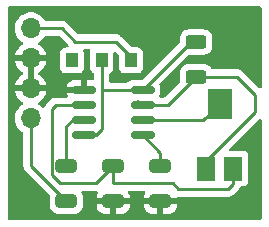
<source format=gbr>
%TF.GenerationSoftware,KiCad,Pcbnew,9.0.7*%
%TF.CreationDate,2026-01-20T14:16:48+02:00*%
%TF.ProjectId,Electronics Assignment 2,456c6563-7472-46f6-9e69-637320417373,rev?*%
%TF.SameCoordinates,Original*%
%TF.FileFunction,Copper,L1,Top*%
%TF.FilePolarity,Positive*%
%FSLAX46Y46*%
G04 Gerber Fmt 4.6, Leading zero omitted, Abs format (unit mm)*
G04 Created by KiCad (PCBNEW 9.0.7) date 2026-01-20 14:16:48*
%MOMM*%
%LPD*%
G01*
G04 APERTURE LIST*
G04 Aperture macros list*
%AMRoundRect*
0 Rectangle with rounded corners*
0 $1 Rounding radius*
0 $2 $3 $4 $5 $6 $7 $8 $9 X,Y pos of 4 corners*
0 Add a 4 corners polygon primitive as box body*
4,1,4,$2,$3,$4,$5,$6,$7,$8,$9,$2,$3,0*
0 Add four circle primitives for the rounded corners*
1,1,$1+$1,$2,$3*
1,1,$1+$1,$4,$5*
1,1,$1+$1,$6,$7*
1,1,$1+$1,$8,$9*
0 Add four rect primitives between the rounded corners*
20,1,$1+$1,$2,$3,$4,$5,0*
20,1,$1+$1,$4,$5,$6,$7,0*
20,1,$1+$1,$6,$7,$8,$9,0*
20,1,$1+$1,$8,$9,$2,$3,0*%
G04 Aperture macros list end*
%TA.AperFunction,SMDPad,CuDef*%
%ADD10R,1.000000X1.200000*%
%TD*%
%TA.AperFunction,ComponentPad*%
%ADD11O,1.700000X1.700000*%
%TD*%
%TA.AperFunction,SMDPad,CuDef*%
%ADD12R,2.000000X2.500000*%
%TD*%
%TA.AperFunction,SMDPad,CuDef*%
%ADD13R,1.500000X2.000000*%
%TD*%
%TA.AperFunction,SMDPad,CuDef*%
%ADD14RoundRect,0.250000X-0.650000X0.325000X-0.650000X-0.325000X0.650000X-0.325000X0.650000X0.325000X0*%
%TD*%
%TA.AperFunction,SMDPad,CuDef*%
%ADD15RoundRect,0.250000X0.650000X-0.325000X0.650000X0.325000X-0.650000X0.325000X-0.650000X-0.325000X0*%
%TD*%
%TA.AperFunction,SMDPad,CuDef*%
%ADD16RoundRect,0.150000X-0.825000X-0.150000X0.825000X-0.150000X0.825000X0.150000X-0.825000X0.150000X0*%
%TD*%
%TA.AperFunction,SMDPad,CuDef*%
%ADD17RoundRect,0.250000X-0.625000X0.312500X-0.625000X-0.312500X0.625000X-0.312500X0.625000X0.312500X0*%
%TD*%
%TA.AperFunction,Conductor*%
%ADD18C,0.250000*%
%TD*%
G04 APERTURE END LIST*
D10*
%TO.P,SW1,1,A*%
%TO.N,/VCC*%
X142000000Y-105100000D03*
%TO.P,SW1,2,B*%
%TO.N,Net-(SW1-B)*%
X139500000Y-105100000D03*
%TO.P,SW1,3,C*%
%TO.N,unconnected-(SW1-C-Pad3)*%
X137000000Y-105100000D03*
%TD*%
D11*
%TO.P,J2,1,Pin_1*%
%TO.N,/VCC*%
X133500000Y-102380000D03*
%TO.P,J2,2,Pin_2*%
%TO.N,/GND*%
X133500000Y-104920000D03*
%TO.P,J2,3,Pin_3*%
X133500000Y-107460000D03*
%TO.P,J2,4,Pin_4*%
%TO.N,/BUZZER+*%
X133500000Y-110000000D03*
%TD*%
D12*
%TO.P,RV1,2,2*%
%TO.N,Net-(U1-THR)*%
X149500000Y-108750000D03*
D13*
%TO.P,RV1,1,1*%
%TO.N,Net-(U1-TR)*%
X150660000Y-114250000D03*
%TO.P,RV1,3,3*%
%TO.N,Net-(U1-DIS)*%
X148350000Y-114250000D03*
%TD*%
D14*
%TO.P,C2,1*%
%TO.N,Net-(U1-Q)*%
X136500000Y-114050000D03*
%TO.P,C2,2*%
%TO.N,/BUZZER+*%
X136500000Y-117000000D03*
%TD*%
D15*
%TO.P,C3,1*%
%TO.N,/GND*%
X140475000Y-117025000D03*
%TO.P,C3,2*%
%TO.N,Net-(U1-TR)*%
X140475000Y-114075000D03*
%TD*%
D14*
%TO.P,C1,1*%
%TO.N,Net-(U1-CV)*%
X144475000Y-114075000D03*
%TO.P,C1,2*%
%TO.N,/GND*%
X144475000Y-117025000D03*
%TD*%
D16*
%TO.P,U1,1,GND*%
%TO.N,/GND*%
X138025000Y-107595000D03*
%TO.P,U1,2,TR*%
%TO.N,Net-(U1-TR)*%
X138025000Y-108865000D03*
%TO.P,U1,3,Q*%
%TO.N,Net-(U1-Q)*%
X138025000Y-110135000D03*
%TO.P,U1,4,R*%
%TO.N,Net-(SW1-B)*%
X138025000Y-111405000D03*
%TO.P,U1,5,CV*%
%TO.N,Net-(U1-CV)*%
X142975000Y-111405000D03*
%TO.P,U1,6,THR*%
%TO.N,Net-(U1-THR)*%
X142975000Y-110135000D03*
%TO.P,U1,7,DIS*%
%TO.N,Net-(U1-DIS)*%
X142975000Y-108865000D03*
%TO.P,U1,8,VCC*%
%TO.N,Net-(SW1-B)*%
X142975000Y-107595000D03*
%TD*%
D17*
%TO.P,R1,1*%
%TO.N,Net-(SW1-B)*%
X147500000Y-103537500D03*
%TO.P,R1,2*%
%TO.N,Net-(U1-DIS)*%
X147500000Y-106462500D03*
%TD*%
D18*
%TO.N,/VCC*%
X136164000Y-102380000D02*
X133500000Y-102380000D01*
%TO.N,/BUZZER+*%
X133500000Y-114000000D02*
X133500000Y-110000000D01*
X136500000Y-117000000D02*
X133500000Y-114000000D01*
%TO.N,/VCC*%
X137284000Y-103500000D02*
X136164000Y-102380000D01*
X142000000Y-105100000D02*
X142000000Y-104821860D01*
X142000000Y-104821860D02*
X140678140Y-103500000D01*
X140678140Y-103500000D02*
X137284000Y-103500000D01*
%TO.N,Net-(U1-DIS)*%
X148350000Y-113650000D02*
X148350000Y-114250000D01*
X152500000Y-109500000D02*
X148350000Y-113650000D01*
X150962500Y-106462500D02*
X152500000Y-108000000D01*
X152500000Y-108000000D02*
X152500000Y-109500000D01*
X147500000Y-106462500D02*
X150962500Y-106462500D01*
%TO.N,Net-(U1-TR)*%
X150205000Y-116000000D02*
X150660000Y-115545000D01*
X150660000Y-115545000D02*
X150660000Y-114250000D01*
X145500000Y-115500000D02*
X146000000Y-116000000D01*
X140500000Y-115500000D02*
X145500000Y-115500000D01*
X146000000Y-116000000D02*
X150205000Y-116000000D01*
X140475000Y-115475000D02*
X140500000Y-115500000D01*
X140475000Y-114075000D02*
X140475000Y-115475000D01*
%TO.N,Net-(U1-THR)*%
X148115000Y-110135000D02*
X149500000Y-108750000D01*
X142975000Y-110135000D02*
X148115000Y-110135000D01*
%TO.N,Net-(U1-DIS)*%
X145097500Y-108865000D02*
X142975000Y-108865000D01*
X147500000Y-106462500D02*
X145097500Y-108865000D01*
%TO.N,Net-(SW1-B)*%
X147032500Y-103537500D02*
X147500000Y-103537500D01*
X142975000Y-107595000D02*
X147032500Y-103537500D01*
X139500000Y-105100000D02*
X139500000Y-107500000D01*
X139500000Y-107500000D02*
X139595000Y-107595000D01*
%TO.N,/GND*%
X144975000Y-117025000D02*
X145000000Y-117000000D01*
X144475000Y-117025000D02*
X144975000Y-117025000D01*
X144500000Y-117000000D02*
X144475000Y-117025000D01*
%TO.N,Net-(U1-CV)*%
X144475000Y-112905000D02*
X144475000Y-114075000D01*
X142975000Y-111405000D02*
X144475000Y-112905000D01*
%TO.N,Net-(U1-Q)*%
X136500000Y-114050000D02*
X136500000Y-110685001D01*
X137050001Y-110135000D02*
X138025000Y-110135000D01*
X136500000Y-110685001D02*
X137050001Y-110135000D01*
%TO.N,Net-(U1-TR)*%
X135635000Y-108865000D02*
X138025000Y-108865000D01*
X136000000Y-115500000D02*
X135274000Y-114774000D01*
X140475000Y-114075000D02*
X139050000Y-115500000D01*
X139050000Y-115500000D02*
X136000000Y-115500000D01*
X135274000Y-109226000D02*
X135635000Y-108865000D01*
X135274000Y-114774000D02*
X135274000Y-109226000D01*
%TO.N,Net-(U1-DIS)*%
X142525000Y-108545000D02*
X142550000Y-108570000D01*
%TO.N,Net-(U1-THR)*%
X144885000Y-110135000D02*
X142975000Y-110135000D01*
%TO.N,Net-(SW1-B)*%
X138025000Y-111405000D02*
X138999999Y-111405000D01*
X139595000Y-107595000D02*
X142975000Y-107595000D01*
X138999999Y-111405000D02*
X139500000Y-110904999D01*
X139500000Y-110904999D02*
X139500000Y-107500000D01*
X142975000Y-107595000D02*
X143405000Y-107595000D01*
%TD*%
%TA.AperFunction,Conductor*%
%TO.N,/GND*%
G36*
X152980211Y-100539802D02*
G01*
X153025966Y-100592606D01*
X153037172Y-100644117D01*
X153037172Y-107353219D01*
X153017487Y-107420258D01*
X152964683Y-107466013D01*
X152895525Y-107475957D01*
X152831969Y-107446932D01*
X152825491Y-107440900D01*
X151458334Y-106073744D01*
X151448359Y-106063769D01*
X151448358Y-106063767D01*
X151361233Y-105976642D01*
X151309883Y-105942331D01*
X151258786Y-105908188D01*
X151258787Y-105908188D01*
X151258785Y-105908187D01*
X151219322Y-105891842D01*
X151178292Y-105874847D01*
X151144952Y-105861037D01*
X151084529Y-105849018D01*
X151079806Y-105848078D01*
X151079804Y-105848078D01*
X151024110Y-105837000D01*
X151024107Y-105837000D01*
X151024106Y-105837000D01*
X148882928Y-105837000D01*
X148815889Y-105817315D01*
X148777389Y-105778097D01*
X148758747Y-105747873D01*
X148717712Y-105681344D01*
X148593656Y-105557288D01*
X148444334Y-105465186D01*
X148277797Y-105410001D01*
X148277795Y-105410000D01*
X148175010Y-105399500D01*
X146824998Y-105399500D01*
X146824981Y-105399501D01*
X146722203Y-105410000D01*
X146722200Y-105410001D01*
X146555668Y-105465185D01*
X146555663Y-105465187D01*
X146406342Y-105557289D01*
X146282289Y-105681342D01*
X146190187Y-105830663D01*
X146190185Y-105830668D01*
X146180122Y-105861037D01*
X146135001Y-105997203D01*
X146135001Y-105997204D01*
X146135000Y-105997204D01*
X146124500Y-106099983D01*
X146124500Y-106825001D01*
X146124502Y-106825022D01*
X146130413Y-106882891D01*
X146117643Y-106951583D01*
X146094736Y-106983172D01*
X144874729Y-108203181D01*
X144813406Y-108236666D01*
X144787048Y-108239500D01*
X144480692Y-108239500D01*
X144413653Y-108219815D01*
X144367898Y-108167011D01*
X144357954Y-108097853D01*
X144373959Y-108052380D01*
X144373960Y-108052379D01*
X144401744Y-108005398D01*
X144447598Y-107847569D01*
X144450500Y-107810694D01*
X144450500Y-107379306D01*
X144447598Y-107342431D01*
X144401744Y-107184602D01*
X144401741Y-107184597D01*
X144398647Y-107177446D01*
X144399801Y-107176946D01*
X144384558Y-107116880D01*
X144406715Y-107050616D01*
X144420786Y-107033802D01*
X146817771Y-104636818D01*
X146879094Y-104603333D01*
X146905452Y-104600499D01*
X148175002Y-104600499D01*
X148175008Y-104600499D01*
X148277797Y-104589999D01*
X148444334Y-104534814D01*
X148593656Y-104442712D01*
X148717712Y-104318656D01*
X148809814Y-104169334D01*
X148864999Y-104002797D01*
X148875500Y-103900009D01*
X148875499Y-103174992D01*
X148864999Y-103072203D01*
X148809814Y-102905666D01*
X148717712Y-102756344D01*
X148593656Y-102632288D01*
X148444334Y-102540186D01*
X148277797Y-102485001D01*
X148277795Y-102485000D01*
X148175010Y-102474500D01*
X146824998Y-102474500D01*
X146824981Y-102474501D01*
X146722203Y-102485000D01*
X146722200Y-102485001D01*
X146555668Y-102540185D01*
X146555663Y-102540187D01*
X146406342Y-102632289D01*
X146282289Y-102756342D01*
X146190187Y-102905663D01*
X146190186Y-102905666D01*
X146135001Y-103072203D01*
X146135001Y-103072204D01*
X146135000Y-103072204D01*
X146124500Y-103174983D01*
X146124500Y-103509546D01*
X146104815Y-103576585D01*
X146088181Y-103597227D01*
X145292893Y-104392516D01*
X143708768Y-105976642D01*
X142927229Y-106758181D01*
X142865906Y-106791666D01*
X142839548Y-106794500D01*
X142084298Y-106794500D01*
X142047432Y-106797401D01*
X142047426Y-106797402D01*
X141889606Y-106843254D01*
X141889603Y-106843255D01*
X141748137Y-106926917D01*
X141748129Y-106926923D01*
X141741872Y-106933181D01*
X141680549Y-106966666D01*
X141654191Y-106969500D01*
X140249500Y-106969500D01*
X140182461Y-106949815D01*
X140136706Y-106897011D01*
X140125500Y-106845500D01*
X140125500Y-106273466D01*
X140145185Y-106206427D01*
X140197989Y-106160672D01*
X140206156Y-106157288D01*
X140242331Y-106143796D01*
X140357546Y-106057546D01*
X140443796Y-105942331D01*
X140494091Y-105807483D01*
X140500500Y-105747873D01*
X140500499Y-104506310D01*
X140520184Y-104439272D01*
X140572987Y-104393517D01*
X140642146Y-104383573D01*
X140705702Y-104412598D01*
X140712180Y-104418630D01*
X140963181Y-104669631D01*
X140996666Y-104730954D01*
X140999500Y-104757312D01*
X140999500Y-105747870D01*
X140999501Y-105747876D01*
X141005908Y-105807483D01*
X141056202Y-105942328D01*
X141056206Y-105942335D01*
X141142452Y-106057544D01*
X141142455Y-106057547D01*
X141257664Y-106143793D01*
X141257671Y-106143797D01*
X141392517Y-106194091D01*
X141392516Y-106194091D01*
X141399444Y-106194835D01*
X141452127Y-106200500D01*
X142547872Y-106200499D01*
X142607483Y-106194091D01*
X142742331Y-106143796D01*
X142857546Y-106057546D01*
X142943796Y-105942331D01*
X142994091Y-105807483D01*
X143000500Y-105747873D01*
X143000499Y-104452128D01*
X142995087Y-104401782D01*
X142994091Y-104392516D01*
X142943797Y-104257671D01*
X142943793Y-104257664D01*
X142857547Y-104142455D01*
X142857544Y-104142452D01*
X142742335Y-104056206D01*
X142742328Y-104056202D01*
X142607482Y-104005908D01*
X142607483Y-104005908D01*
X142547883Y-103999501D01*
X142547881Y-103999500D01*
X142547873Y-103999500D01*
X142547865Y-103999500D01*
X142113593Y-103999500D01*
X142046554Y-103979815D01*
X142025912Y-103963181D01*
X141173962Y-103111232D01*
X141163999Y-103101269D01*
X141163998Y-103101267D01*
X141076873Y-103014142D01*
X141025649Y-102979915D01*
X140974426Y-102945688D01*
X140893092Y-102911999D01*
X140860592Y-102898537D01*
X140800169Y-102886518D01*
X140795500Y-102885589D01*
X140795499Y-102885589D01*
X140739750Y-102874500D01*
X140739747Y-102874500D01*
X140739746Y-102874500D01*
X137594452Y-102874500D01*
X137527413Y-102854815D01*
X137506771Y-102838181D01*
X136657150Y-101988560D01*
X136649860Y-101981270D01*
X136649858Y-101981267D01*
X136562733Y-101894142D01*
X136511509Y-101859915D01*
X136460286Y-101825688D01*
X136460283Y-101825686D01*
X136460280Y-101825685D01*
X136386603Y-101795168D01*
X136386601Y-101795167D01*
X136379792Y-101792347D01*
X136346452Y-101778537D01*
X136286029Y-101766518D01*
X136281306Y-101765578D01*
X136281304Y-101765578D01*
X136225610Y-101754500D01*
X136225607Y-101754500D01*
X136225606Y-101754500D01*
X134772981Y-101754500D01*
X134705942Y-101734815D01*
X134662497Y-101686797D01*
X134655049Y-101672180D01*
X134530109Y-101500213D01*
X134379786Y-101349890D01*
X134207820Y-101224951D01*
X134018414Y-101128444D01*
X134018413Y-101128443D01*
X134018412Y-101128443D01*
X133816243Y-101062754D01*
X133816241Y-101062753D01*
X133816240Y-101062753D01*
X133654957Y-101037208D01*
X133606287Y-101029500D01*
X133393713Y-101029500D01*
X133345042Y-101037208D01*
X133183760Y-101062753D01*
X132981585Y-101128444D01*
X132792179Y-101224951D01*
X132620213Y-101349890D01*
X132469890Y-101500213D01*
X132344951Y-101672179D01*
X132248444Y-101861585D01*
X132182753Y-102063760D01*
X132149500Y-102273713D01*
X132149500Y-102486286D01*
X132172624Y-102632289D01*
X132182754Y-102696243D01*
X132244578Y-102886518D01*
X132248444Y-102898414D01*
X132344951Y-103087820D01*
X132469890Y-103259786D01*
X132620213Y-103410109D01*
X132792179Y-103535048D01*
X132792181Y-103535049D01*
X132792184Y-103535051D01*
X132801493Y-103539794D01*
X132852290Y-103587766D01*
X132869087Y-103655587D01*
X132846552Y-103721722D01*
X132801502Y-103760762D01*
X132792443Y-103765378D01*
X132620540Y-103890272D01*
X132620535Y-103890276D01*
X132470276Y-104040535D01*
X132470272Y-104040540D01*
X132345379Y-104212442D01*
X132248904Y-104401782D01*
X132183242Y-104603870D01*
X132183242Y-104603873D01*
X132172769Y-104670000D01*
X133066988Y-104670000D01*
X133034075Y-104727007D01*
X133000000Y-104854174D01*
X133000000Y-104985826D01*
X133034075Y-105112993D01*
X133066988Y-105170000D01*
X132172769Y-105170000D01*
X132183242Y-105236126D01*
X132183242Y-105236129D01*
X132248904Y-105438217D01*
X132345379Y-105627557D01*
X132470272Y-105799459D01*
X132470276Y-105799464D01*
X132620535Y-105949723D01*
X132620540Y-105949727D01*
X132792444Y-106074622D01*
X132802048Y-106079516D01*
X132852844Y-106127491D01*
X132869638Y-106195312D01*
X132847100Y-106261447D01*
X132802048Y-106300484D01*
X132792444Y-106305377D01*
X132620540Y-106430272D01*
X132620535Y-106430276D01*
X132470276Y-106580535D01*
X132470272Y-106580540D01*
X132345379Y-106752442D01*
X132248904Y-106941782D01*
X132183242Y-107143870D01*
X132183242Y-107143873D01*
X132172769Y-107210000D01*
X133066988Y-107210000D01*
X133034075Y-107267007D01*
X133000000Y-107394174D01*
X133000000Y-107525826D01*
X133034075Y-107652993D01*
X133066988Y-107710000D01*
X132172769Y-107710000D01*
X132183242Y-107776126D01*
X132183242Y-107776129D01*
X132248904Y-107978217D01*
X132345379Y-108167557D01*
X132470272Y-108339459D01*
X132470276Y-108339464D01*
X132620535Y-108489723D01*
X132620540Y-108489727D01*
X132792444Y-108614622D01*
X132801495Y-108619234D01*
X132852292Y-108667208D01*
X132869087Y-108735029D01*
X132846550Y-108801164D01*
X132801499Y-108840202D01*
X132792182Y-108844949D01*
X132620213Y-108969890D01*
X132469890Y-109120213D01*
X132344951Y-109292179D01*
X132248444Y-109481585D01*
X132182753Y-109683760D01*
X132161880Y-109815547D01*
X132149500Y-109893713D01*
X132149500Y-110106287D01*
X132182754Y-110316243D01*
X132242533Y-110500224D01*
X132248444Y-110518414D01*
X132344951Y-110707820D01*
X132469890Y-110879786D01*
X132620213Y-111030109D01*
X132792181Y-111155050D01*
X132806792Y-111162494D01*
X132857589Y-111210467D01*
X132874500Y-111272980D01*
X132874500Y-114061606D01*
X132898537Y-114182452D01*
X132907592Y-114204312D01*
X132945688Y-114296286D01*
X132979098Y-114346286D01*
X132983209Y-114352439D01*
X132983214Y-114352448D01*
X133014138Y-114398728D01*
X133014139Y-114398729D01*
X133014142Y-114398733D01*
X133101267Y-114485858D01*
X133101269Y-114485859D01*
X133108335Y-114492925D01*
X133108334Y-114492925D01*
X133108338Y-114492928D01*
X135070894Y-116455484D01*
X135104379Y-116516807D01*
X135106571Y-116555766D01*
X135099500Y-116624978D01*
X135099500Y-117375001D01*
X135099501Y-117375019D01*
X135110000Y-117477796D01*
X135110001Y-117477799D01*
X135165185Y-117644331D01*
X135165187Y-117644336D01*
X135200069Y-117700888D01*
X135257288Y-117793656D01*
X135381344Y-117917712D01*
X135530666Y-118009814D01*
X135697203Y-118064999D01*
X135799991Y-118075500D01*
X137200008Y-118075499D01*
X137302797Y-118064999D01*
X137469334Y-118009814D01*
X137618656Y-117917712D01*
X137742712Y-117793656D01*
X137834814Y-117644334D01*
X137889999Y-117477797D01*
X137897948Y-117399986D01*
X139075001Y-117399986D01*
X139085494Y-117502697D01*
X139140641Y-117669119D01*
X139140643Y-117669124D01*
X139232684Y-117818345D01*
X139356654Y-117942315D01*
X139505875Y-118034356D01*
X139505880Y-118034358D01*
X139672302Y-118089505D01*
X139672309Y-118089506D01*
X139775019Y-118099999D01*
X140224999Y-118099999D01*
X140725000Y-118099999D01*
X141174972Y-118099999D01*
X141174986Y-118099998D01*
X141277697Y-118089505D01*
X141444119Y-118034358D01*
X141444124Y-118034356D01*
X141593345Y-117942315D01*
X141717315Y-117818345D01*
X141809356Y-117669124D01*
X141809358Y-117669119D01*
X141864505Y-117502697D01*
X141864506Y-117502690D01*
X141874999Y-117399986D01*
X143075001Y-117399986D01*
X143085494Y-117502697D01*
X143140641Y-117669119D01*
X143140643Y-117669124D01*
X143232684Y-117818345D01*
X143356654Y-117942315D01*
X143505875Y-118034356D01*
X143505880Y-118034358D01*
X143672302Y-118089505D01*
X143672309Y-118089506D01*
X143775019Y-118099999D01*
X144224999Y-118099999D01*
X144725000Y-118099999D01*
X145174972Y-118099999D01*
X145174986Y-118099998D01*
X145277697Y-118089505D01*
X145444119Y-118034358D01*
X145444124Y-118034356D01*
X145593345Y-117942315D01*
X145717315Y-117818345D01*
X145809356Y-117669124D01*
X145809358Y-117669119D01*
X145864505Y-117502697D01*
X145864506Y-117502690D01*
X145874999Y-117399986D01*
X145875000Y-117399973D01*
X145875000Y-117275000D01*
X144725000Y-117275000D01*
X144725000Y-118099999D01*
X144224999Y-118099999D01*
X144225000Y-118099998D01*
X144225000Y-117275000D01*
X143075001Y-117275000D01*
X143075001Y-117399986D01*
X141874999Y-117399986D01*
X141875000Y-117399973D01*
X141875000Y-117275000D01*
X140725000Y-117275000D01*
X140725000Y-118099999D01*
X140224999Y-118099999D01*
X140225000Y-118099998D01*
X140225000Y-117275000D01*
X139075001Y-117275000D01*
X139075001Y-117399986D01*
X137897948Y-117399986D01*
X137900500Y-117375009D01*
X137900499Y-116624992D01*
X137898095Y-116601463D01*
X137889999Y-116522203D01*
X137889998Y-116522200D01*
X137849085Y-116398733D01*
X137834814Y-116355666D01*
X137809481Y-116314595D01*
X137791042Y-116247204D01*
X137811965Y-116180541D01*
X137865607Y-116135771D01*
X137915021Y-116125500D01*
X139075986Y-116125500D01*
X139143025Y-116145185D01*
X139188780Y-116197989D01*
X139198724Y-116267147D01*
X139181525Y-116314597D01*
X139140643Y-116380875D01*
X139140641Y-116380880D01*
X139085494Y-116547302D01*
X139085493Y-116547309D01*
X139075000Y-116650013D01*
X139075000Y-116775000D01*
X141874999Y-116775000D01*
X141874999Y-116650028D01*
X141874998Y-116650013D01*
X141864505Y-116547302D01*
X141809358Y-116380880D01*
X141809356Y-116380875D01*
X141768475Y-116314597D01*
X141750035Y-116247204D01*
X141770958Y-116180541D01*
X141824599Y-116135771D01*
X141874014Y-116125500D01*
X143075986Y-116125500D01*
X143143025Y-116145185D01*
X143188780Y-116197989D01*
X143198724Y-116267147D01*
X143181525Y-116314597D01*
X143140643Y-116380875D01*
X143140641Y-116380880D01*
X143085494Y-116547302D01*
X143085493Y-116547309D01*
X143075000Y-116650013D01*
X143075000Y-116775000D01*
X145874999Y-116775000D01*
X145874999Y-116749500D01*
X145894684Y-116682461D01*
X145947488Y-116636706D01*
X145998999Y-116625500D01*
X150266607Y-116625500D01*
X150327029Y-116613481D01*
X150387452Y-116601463D01*
X150420792Y-116587652D01*
X150501286Y-116554312D01*
X150552509Y-116520084D01*
X150557414Y-116516807D01*
X150565271Y-116511556D01*
X150603733Y-116485858D01*
X150690858Y-116398733D01*
X150690859Y-116398731D01*
X150697925Y-116391665D01*
X150697928Y-116391661D01*
X151058729Y-116030860D01*
X151058733Y-116030858D01*
X151145858Y-115943733D01*
X151214311Y-115841286D01*
X151216534Y-115835917D01*
X151220211Y-115827044D01*
X151264053Y-115772642D01*
X151330347Y-115750578D01*
X151334771Y-115750499D01*
X151457871Y-115750499D01*
X151457872Y-115750499D01*
X151517483Y-115744091D01*
X151652331Y-115693796D01*
X151767546Y-115607546D01*
X151853796Y-115492331D01*
X151904091Y-115357483D01*
X151910500Y-115297873D01*
X151910499Y-113202128D01*
X151904091Y-113142517D01*
X151900276Y-113132289D01*
X151853797Y-113007671D01*
X151853793Y-113007664D01*
X151767547Y-112892455D01*
X151767544Y-112892452D01*
X151652335Y-112806206D01*
X151652328Y-112806202D01*
X151517482Y-112755908D01*
X151517483Y-112755908D01*
X151457883Y-112749501D01*
X151457881Y-112749500D01*
X151457873Y-112749500D01*
X151457865Y-112749500D01*
X150434451Y-112749500D01*
X150367412Y-112729815D01*
X150321657Y-112677011D01*
X150311713Y-112607853D01*
X150340738Y-112544297D01*
X150346770Y-112537819D01*
X152825491Y-110059098D01*
X152886814Y-110025613D01*
X152956506Y-110030597D01*
X153012439Y-110072469D01*
X153036856Y-110137933D01*
X153037172Y-110146779D01*
X153037172Y-118494041D01*
X153017487Y-118561080D01*
X152964683Y-118606835D01*
X152913172Y-118618041D01*
X131684755Y-118618041D01*
X131617716Y-118598356D01*
X131571961Y-118545552D01*
X131560755Y-118494041D01*
X131560755Y-100644117D01*
X131580440Y-100577078D01*
X131633244Y-100531323D01*
X131684755Y-100520117D01*
X152913172Y-100520117D01*
X152980211Y-100539802D01*
G37*
%TD.AperFunction*%
%TA.AperFunction,Conductor*%
G36*
X135920587Y-103025185D02*
G01*
X135941229Y-103041819D01*
X136687229Y-103787819D01*
X136720714Y-103849142D01*
X136715730Y-103918834D01*
X136673858Y-103974767D01*
X136608394Y-103999184D01*
X136599549Y-103999500D01*
X136452130Y-103999500D01*
X136452123Y-103999501D01*
X136392516Y-104005908D01*
X136257671Y-104056202D01*
X136257664Y-104056206D01*
X136142455Y-104142452D01*
X136142452Y-104142455D01*
X136056206Y-104257664D01*
X136056202Y-104257671D01*
X136005908Y-104392517D01*
X136003101Y-104418630D01*
X135999501Y-104452123D01*
X135999500Y-104452135D01*
X135999500Y-105747870D01*
X135999501Y-105747876D01*
X136005908Y-105807483D01*
X136056202Y-105942328D01*
X136056206Y-105942335D01*
X136142452Y-106057544D01*
X136142455Y-106057547D01*
X136257664Y-106143793D01*
X136257671Y-106143797D01*
X136392517Y-106194091D01*
X136392516Y-106194091D01*
X136399444Y-106194835D01*
X136452127Y-106200500D01*
X137547872Y-106200499D01*
X137607483Y-106194091D01*
X137742331Y-106143796D01*
X137857546Y-106057546D01*
X137943796Y-105942331D01*
X137994091Y-105807483D01*
X138000500Y-105747873D01*
X138000499Y-104452128D01*
X137995087Y-104401782D01*
X137994091Y-104392516D01*
X137956912Y-104292833D01*
X137951928Y-104223141D01*
X137985414Y-104161818D01*
X138046737Y-104128334D01*
X138073094Y-104125500D01*
X138426906Y-104125500D01*
X138493945Y-104145185D01*
X138539700Y-104197989D01*
X138549644Y-104267147D01*
X138543088Y-104292833D01*
X138505908Y-104392517D01*
X138503101Y-104418630D01*
X138499501Y-104452123D01*
X138499500Y-104452135D01*
X138499500Y-105747870D01*
X138499501Y-105747876D01*
X138505908Y-105807483D01*
X138556202Y-105942328D01*
X138556206Y-105942335D01*
X138642452Y-106057544D01*
X138642455Y-106057547D01*
X138757664Y-106143793D01*
X138757669Y-106143796D01*
X138793832Y-106157284D01*
X138849766Y-106199154D01*
X138874184Y-106264618D01*
X138874500Y-106273466D01*
X138874500Y-106671000D01*
X138854815Y-106738039D01*
X138802011Y-106783794D01*
X138750500Y-106795000D01*
X138275000Y-106795000D01*
X138275000Y-107471000D01*
X138255315Y-107538039D01*
X138202511Y-107583794D01*
X138151000Y-107595000D01*
X138025000Y-107595000D01*
X138025000Y-107721000D01*
X138005315Y-107788039D01*
X137952511Y-107833794D01*
X137901000Y-107845000D01*
X136552705Y-107845000D01*
X136552704Y-107845001D01*
X136552899Y-107847486D01*
X136598718Y-108005198D01*
X136626621Y-108052379D01*
X136643804Y-108120103D01*
X136621644Y-108186365D01*
X136567178Y-108230129D01*
X136519889Y-108239500D01*
X135573389Y-108239500D01*
X135517092Y-108250698D01*
X135517087Y-108250699D01*
X135512971Y-108251518D01*
X135452548Y-108263537D01*
X135427979Y-108273714D01*
X135420594Y-108276772D01*
X135420586Y-108276775D01*
X135338713Y-108310688D01*
X135338708Y-108310690D01*
X135236272Y-108379138D01*
X135236264Y-108379144D01*
X134877880Y-108737528D01*
X134877872Y-108737536D01*
X134875270Y-108740139D01*
X134875267Y-108740142D01*
X134788142Y-108827267D01*
X134762071Y-108866285D01*
X134757355Y-108873342D01*
X134757352Y-108873346D01*
X134719689Y-108929712D01*
X134719688Y-108929714D01*
X134690782Y-108999500D01*
X134690780Y-108999506D01*
X134679381Y-109027022D01*
X134635537Y-109081423D01*
X134569242Y-109103485D01*
X134501544Y-109086203D01*
X134477141Y-109067245D01*
X134379786Y-108969890D01*
X134207817Y-108844949D01*
X134198504Y-108840204D01*
X134147707Y-108792230D01*
X134130912Y-108724409D01*
X134153449Y-108658274D01*
X134198507Y-108619232D01*
X134207558Y-108614620D01*
X134379459Y-108489727D01*
X134379464Y-108489723D01*
X134529723Y-108339464D01*
X134529727Y-108339459D01*
X134654620Y-108167557D01*
X134751095Y-107978217D01*
X134816757Y-107776129D01*
X134816757Y-107776126D01*
X134827231Y-107710000D01*
X133933012Y-107710000D01*
X133965925Y-107652993D01*
X134000000Y-107525826D01*
X134000000Y-107394174D01*
X133986823Y-107344998D01*
X136552704Y-107344998D01*
X136552705Y-107345000D01*
X137775000Y-107345000D01*
X137775000Y-106795000D01*
X137134350Y-106795000D01*
X137097510Y-106797899D01*
X137097504Y-106797900D01*
X136939806Y-106843716D01*
X136939803Y-106843717D01*
X136798447Y-106927314D01*
X136798438Y-106927321D01*
X136682321Y-107043438D01*
X136682314Y-107043447D01*
X136598718Y-107184801D01*
X136552899Y-107342513D01*
X136552704Y-107344998D01*
X133986823Y-107344998D01*
X133965925Y-107267007D01*
X133933012Y-107210000D01*
X134827231Y-107210000D01*
X134816757Y-107143873D01*
X134816757Y-107143870D01*
X134751095Y-106941782D01*
X134654620Y-106752442D01*
X134529727Y-106580540D01*
X134529723Y-106580535D01*
X134379464Y-106430276D01*
X134379459Y-106430272D01*
X134207558Y-106305379D01*
X134197954Y-106300486D01*
X134147157Y-106252512D01*
X134130361Y-106184692D01*
X134152897Y-106118556D01*
X134197954Y-106079514D01*
X134207558Y-106074620D01*
X134379459Y-105949727D01*
X134379464Y-105949723D01*
X134529723Y-105799464D01*
X134529727Y-105799459D01*
X134654620Y-105627557D01*
X134751095Y-105438217D01*
X134816757Y-105236129D01*
X134816757Y-105236126D01*
X134827231Y-105170000D01*
X133933012Y-105170000D01*
X133965925Y-105112993D01*
X134000000Y-104985826D01*
X134000000Y-104854174D01*
X133965925Y-104727007D01*
X133933012Y-104670000D01*
X134827231Y-104670000D01*
X134816757Y-104603873D01*
X134816757Y-104603870D01*
X134751095Y-104401782D01*
X134654620Y-104212442D01*
X134529727Y-104040540D01*
X134529723Y-104040535D01*
X134379464Y-103890276D01*
X134379459Y-103890272D01*
X134207555Y-103765377D01*
X134198500Y-103760763D01*
X134147706Y-103712788D01*
X134130912Y-103644966D01*
X134153451Y-103578832D01*
X134198508Y-103539793D01*
X134207816Y-103535051D01*
X134287007Y-103477515D01*
X134379786Y-103410109D01*
X134379788Y-103410106D01*
X134379792Y-103410104D01*
X134530104Y-103259792D01*
X134530106Y-103259788D01*
X134530109Y-103259786D01*
X134655049Y-103087819D01*
X134662497Y-103073203D01*
X134710473Y-103022408D01*
X134772981Y-103005500D01*
X135853548Y-103005500D01*
X135920587Y-103025185D01*
G37*
%TD.AperFunction*%
%TA.AperFunction,Conductor*%
G36*
X133750000Y-107026988D02*
G01*
X133692993Y-106994075D01*
X133565826Y-106960000D01*
X133434174Y-106960000D01*
X133307007Y-106994075D01*
X133250000Y-107026988D01*
X133250000Y-105353012D01*
X133307007Y-105385925D01*
X133434174Y-105420000D01*
X133565826Y-105420000D01*
X133692993Y-105385925D01*
X133750000Y-105353012D01*
X133750000Y-107026988D01*
G37*
%TD.AperFunction*%
%TD*%
M02*

</source>
